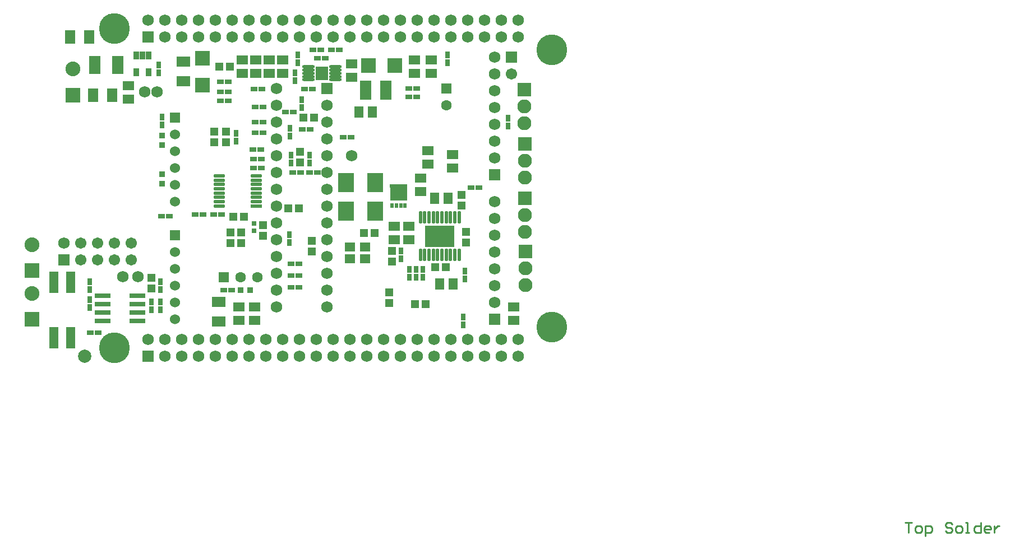
<source format=gts>
%FSAX24Y24*%
%MOIN*%
G70*
G01*
G75*
G04 Layer_Color=8388736*
%ADD10C,0.0060*%
%ADD11C,0.0394*%
%ADD12R,0.0374X0.0394*%
%ADD13R,0.0394X0.0374*%
%ADD14R,0.0630X0.0500*%
%ADD15R,0.0500X0.0630*%
%ADD16R,0.0787X0.0787*%
%ADD17R,0.0850X0.1080*%
%ADD18R,0.0512X0.0728*%
%ADD19R,0.0276X0.0276*%
%ADD20R,0.0276X0.0276*%
%ADD21R,0.0236X0.0315*%
%ADD22R,0.0315X0.0236*%
%ADD23R,0.0728X0.0512*%
%ADD24R,0.0600X0.1000*%
%ADD25R,0.0591X0.1102*%
%ADD26R,0.0550X0.0450*%
%ADD27O,0.0669X0.0118*%
%ADD28R,0.0681X0.0748*%
%ADD29R,0.1654X0.1181*%
%ADD30O,0.0138X0.0669*%
%ADD31R,0.0500X0.1200*%
%ADD32R,0.0787X0.0787*%
%ADD33R,0.0220X0.0200*%
%ADD34R,0.0866X0.0236*%
%ADD35R,0.0866X0.0236*%
%ADD36R,0.0272X0.0390*%
%ADD37R,0.0965X0.0748*%
%ADD38R,0.0160X0.0250*%
%ADD39R,0.0197X0.0161*%
%ADD40R,0.0630X0.0118*%
%ADD41O,0.0630X0.0118*%
%ADD42C,0.0200*%
%ADD43C,0.0070*%
%ADD44C,0.0080*%
%ADD45C,0.0120*%
%ADD46C,0.0250*%
%ADD47C,0.0100*%
%ADD48C,0.0500*%
%ADD49C,0.0030*%
%ADD50C,0.0040*%
%ADD51C,0.0600*%
%ADD52C,0.1750*%
%ADD53R,0.0600X0.0600*%
%ADD54R,0.0600X0.0600*%
%ADD55C,0.0750*%
%ADD56R,0.0750X0.0750*%
%ADD57C,0.0800*%
%ADD58R,0.0800X0.0800*%
%ADD59C,0.0591*%
%ADD60R,0.0591X0.0591*%
%ADD61R,0.0550X0.0550*%
%ADD62C,0.0550*%
%ADD63R,0.0550X0.0550*%
%ADD64R,0.0591X0.0591*%
%ADD65C,0.0200*%
%ADD66C,0.0160*%
%ADD67C,0.0400*%
%ADD68C,0.0850*%
%ADD69C,0.0520*%
%ADD70C,0.0554*%
%ADD71C,0.0300*%
%ADD72R,0.1575X0.0630*%
%ADD73R,0.0200X0.0220*%
%ADD74R,0.0236X0.0591*%
%ADD75R,0.0591X0.0236*%
%ADD76R,0.1142X0.2126*%
%ADD77R,0.0701X0.1402*%
%ADD78R,0.0902X0.0673*%
%ADD79R,0.0134X0.0256*%
%ADD80R,0.0134X0.0315*%
%ADD81R,0.1260X0.0630*%
%ADD82R,0.1100X0.1500*%
%ADD83C,0.0050*%
%ADD84C,0.0098*%
%ADD85C,0.0079*%
%ADD86R,0.0200X0.1240*%
%ADD87R,0.0200X0.1640*%
%ADD88R,0.1240X0.0200*%
%ADD89C,0.0000*%
%ADD90R,0.0925X0.0709*%
%ADD91C,0.0787*%
%ADD92R,0.0454X0.0474*%
%ADD93R,0.0474X0.0454*%
%ADD94R,0.0710X0.0580*%
%ADD95R,0.0580X0.0710*%
%ADD96R,0.0867X0.0867*%
%ADD97R,0.0930X0.1160*%
%ADD98R,0.0592X0.0808*%
%ADD99R,0.0356X0.0356*%
%ADD100R,0.0356X0.0356*%
%ADD101R,0.0316X0.0395*%
%ADD102R,0.0395X0.0316*%
%ADD103R,0.0808X0.0592*%
%ADD104R,0.0680X0.1080*%
%ADD105R,0.0671X0.1182*%
%ADD106R,0.0630X0.0530*%
%ADD107O,0.0749X0.0198*%
%ADD108R,0.0761X0.0828*%
%ADD109R,0.1734X0.1261*%
%ADD110O,0.0218X0.0749*%
%ADD111R,0.0580X0.1280*%
%ADD112R,0.0867X0.0867*%
%ADD113R,0.0300X0.0280*%
%ADD114R,0.0946X0.0316*%
%ADD115R,0.0946X0.0316*%
%ADD116R,0.0352X0.0470*%
%ADD117R,0.1025X0.0808*%
%ADD118R,0.0200X0.0290*%
%ADD119R,0.0257X0.0221*%
%ADD120R,0.0710X0.0198*%
%ADD121O,0.0710X0.0198*%
%ADD122C,0.0680*%
%ADD123C,0.1830*%
%ADD124R,0.0680X0.0680*%
%ADD125C,0.0830*%
%ADD126R,0.0830X0.0830*%
%ADD127C,0.0880*%
%ADD128R,0.0880X0.0880*%
%ADD129C,0.0671*%
%ADD130R,0.0671X0.0671*%
%ADD131R,0.0630X0.0630*%
%ADD132C,0.0630*%
%ADD133R,0.0630X0.0630*%
%ADD134R,0.0671X0.0671*%
G54D47*
X075550Y010450D02*
X075950D01*
X075750D01*
Y009850D01*
X076250D02*
X076450D01*
X076550Y009950D01*
Y010150D01*
X076450Y010250D01*
X076250D01*
X076150Y010150D01*
Y009950D01*
X076250Y009850D01*
X076750Y009650D02*
Y010250D01*
X077050D01*
X077149Y010150D01*
Y009950D01*
X077050Y009850D01*
X076750D01*
X078349Y010350D02*
X078249Y010450D01*
X078049D01*
X077949Y010350D01*
Y010250D01*
X078049Y010150D01*
X078249D01*
X078349Y010050D01*
Y009950D01*
X078249Y009850D01*
X078049D01*
X077949Y009950D01*
X078649Y009850D02*
X078849D01*
X078949Y009950D01*
Y010150D01*
X078849Y010250D01*
X078649D01*
X078549Y010150D01*
Y009950D01*
X078649Y009850D01*
X079149D02*
X079349D01*
X079249D01*
Y010450D01*
X079149D01*
X080049D02*
Y009850D01*
X079749D01*
X079649Y009950D01*
Y010150D01*
X079749Y010250D01*
X080049D01*
X080548Y009850D02*
X080348D01*
X080248Y009950D01*
Y010150D01*
X080348Y010250D01*
X080548D01*
X080648Y010150D01*
Y010050D01*
X080248D01*
X080848Y010250D02*
Y009850D01*
Y010050D01*
X080948Y010150D01*
X081048Y010250D01*
X081148D01*
G54D51*
X032150Y022550D02*
D03*
Y023550D02*
D03*
Y024550D02*
D03*
Y025550D02*
D03*
Y026550D02*
D03*
Y033550D02*
D03*
Y032550D02*
D03*
Y031550D02*
D03*
Y030550D02*
D03*
Y029550D02*
D03*
G54D54*
Y027550D02*
D03*
Y034550D02*
D03*
G54D91*
X026800Y020350D02*
D03*
G54D92*
X034500Y033085D02*
D03*
Y033715D02*
D03*
X044900Y023535D02*
D03*
Y024165D02*
D03*
X040300Y026585D02*
D03*
Y027215D02*
D03*
X035200Y033715D02*
D03*
Y033085D02*
D03*
X039600Y031885D02*
D03*
Y032515D02*
D03*
X037400Y028165D02*
D03*
Y027535D02*
D03*
X036100Y027715D02*
D03*
Y027085D02*
D03*
X035450Y027715D02*
D03*
Y027085D02*
D03*
X049450Y027765D02*
D03*
Y027135D02*
D03*
X045050Y025985D02*
D03*
Y026615D02*
D03*
X049200Y029320D02*
D03*
Y029950D02*
D03*
X030750Y024385D02*
D03*
Y025015D02*
D03*
G54D93*
X036265Y028650D02*
D03*
X035635D02*
D03*
X043385Y027700D02*
D03*
X044015D02*
D03*
X039785Y034550D02*
D03*
X040415D02*
D03*
X047635Y025650D02*
D03*
X048265D02*
D03*
X035415Y037600D02*
D03*
X034785D02*
D03*
X046435Y023450D02*
D03*
X047065D02*
D03*
X038885Y029150D02*
D03*
X039515D02*
D03*
G54D94*
X036900Y023300D02*
D03*
Y022500D02*
D03*
X035950Y023300D02*
D03*
Y022500D02*
D03*
X029400Y036450D02*
D03*
Y035650D02*
D03*
X036150Y037200D02*
D03*
Y038000D02*
D03*
X036950D02*
D03*
Y037200D02*
D03*
X037750D02*
D03*
Y038000D02*
D03*
X038550Y037200D02*
D03*
Y038000D02*
D03*
X042650Y037750D02*
D03*
Y036950D02*
D03*
X046400Y037200D02*
D03*
Y038000D02*
D03*
X047400D02*
D03*
Y037200D02*
D03*
X046750Y030150D02*
D03*
Y030950D02*
D03*
X045200Y027300D02*
D03*
Y028100D02*
D03*
X046050Y027300D02*
D03*
Y028100D02*
D03*
X047200Y031800D02*
D03*
Y032600D02*
D03*
X048650Y032350D02*
D03*
Y031550D02*
D03*
X052300Y022500D02*
D03*
Y023300D02*
D03*
G54D95*
X047600Y029750D02*
D03*
X048400D02*
D03*
X048700Y024650D02*
D03*
X047900D02*
D03*
X043100Y034900D02*
D03*
X043900D02*
D03*
G54D96*
X043663Y037650D02*
D03*
X045237D02*
D03*
G54D97*
X044070Y030700D02*
D03*
X042330D02*
D03*
X044070Y029000D02*
D03*
X042330D02*
D03*
G54D98*
X028421Y035900D02*
D03*
X027279D02*
D03*
X025929Y039350D02*
D03*
X027071D02*
D03*
G54D99*
X031400Y030624D02*
D03*
Y031176D02*
D03*
Y032924D02*
D03*
Y033476D02*
D03*
G54D100*
X036626Y024300D02*
D03*
X036074D02*
D03*
G54D101*
X039000Y033464D02*
D03*
Y033936D02*
D03*
X048350Y038286D02*
D03*
Y037814D02*
D03*
X049300Y022686D02*
D03*
Y022214D02*
D03*
X031200Y037686D02*
D03*
Y037214D02*
D03*
X039450Y038286D02*
D03*
Y037814D02*
D03*
X039300Y036764D02*
D03*
Y037236D02*
D03*
X031400Y034128D02*
D03*
Y034600D02*
D03*
X051950Y034064D02*
D03*
Y034536D02*
D03*
X035800Y033636D02*
D03*
Y033164D02*
D03*
X039700Y035164D02*
D03*
Y035636D02*
D03*
X038950Y027114D02*
D03*
Y027586D02*
D03*
X039050Y032336D02*
D03*
Y031864D02*
D03*
X040150D02*
D03*
Y032336D02*
D03*
X046900Y025064D02*
D03*
Y025536D02*
D03*
X046500Y025064D02*
D03*
Y025536D02*
D03*
X045600Y026636D02*
D03*
Y026164D02*
D03*
X046100Y025536D02*
D03*
Y025064D02*
D03*
X049400Y024964D02*
D03*
Y025436D02*
D03*
X030750Y023114D02*
D03*
Y023586D02*
D03*
X031300Y023114D02*
D03*
Y023586D02*
D03*
X027100Y023736D02*
D03*
Y023264D02*
D03*
Y024786D02*
D03*
Y024314D02*
D03*
X031300D02*
D03*
Y024786D02*
D03*
G54D102*
X035336Y036100D02*
D03*
X034864D02*
D03*
X036814Y031550D02*
D03*
X037286D02*
D03*
X035336Y036700D02*
D03*
X034864D02*
D03*
X041464Y038600D02*
D03*
X041936D02*
D03*
X041100Y038100D02*
D03*
X040628D02*
D03*
X040836Y038600D02*
D03*
X040364D02*
D03*
X031364Y028700D02*
D03*
X031836D02*
D03*
X039714Y033850D02*
D03*
X040186D02*
D03*
X040164Y031300D02*
D03*
X040636D02*
D03*
X034464Y028800D02*
D03*
X034936D02*
D03*
X033836D02*
D03*
X033364D02*
D03*
X046064Y035800D02*
D03*
X046536D02*
D03*
X046064Y036300D02*
D03*
X046536D02*
D03*
X035064Y024300D02*
D03*
X035536D02*
D03*
X037336Y036250D02*
D03*
X036864D02*
D03*
X035336Y035550D02*
D03*
X034864D02*
D03*
X037386Y033650D02*
D03*
X036914D02*
D03*
X039164Y031300D02*
D03*
X039636D02*
D03*
X036914Y034300D02*
D03*
X037386D02*
D03*
X036800Y032650D02*
D03*
X037272D02*
D03*
X037286Y032100D02*
D03*
X036814D02*
D03*
X039064Y024450D02*
D03*
X039536D02*
D03*
X039064Y025150D02*
D03*
X039536D02*
D03*
X039064Y025850D02*
D03*
X039536D02*
D03*
X042164Y033400D02*
D03*
X042636D02*
D03*
X039186Y034900D02*
D03*
X038714D02*
D03*
X037386Y035200D02*
D03*
X036914D02*
D03*
X050236Y030400D02*
D03*
X049764D02*
D03*
X027586Y021750D02*
D03*
X027114D02*
D03*
X039864Y036250D02*
D03*
X040336D02*
D03*
G54D103*
X032650Y036729D02*
D03*
Y037871D02*
D03*
X034750Y022429D02*
D03*
Y023571D02*
D03*
G54D104*
X027400Y037700D02*
D03*
X028750D02*
D03*
G54D105*
X044710Y036200D02*
D03*
X043490D02*
D03*
G54D106*
X043450Y026850D02*
D03*
X042550D02*
D03*
Y026150D02*
D03*
X043450D02*
D03*
G54D107*
X041707Y036806D02*
D03*
Y037003D02*
D03*
Y037200D02*
D03*
Y037397D02*
D03*
Y037594D02*
D03*
X040093Y036806D02*
D03*
Y037003D02*
D03*
Y037200D02*
D03*
Y037397D02*
D03*
Y037594D02*
D03*
G54D108*
X040900Y037200D02*
D03*
G54D109*
X047900Y027500D02*
D03*
G54D110*
X046748Y026378D02*
D03*
X047004D02*
D03*
X047260D02*
D03*
X047516D02*
D03*
X047772D02*
D03*
X048028D02*
D03*
X048284D02*
D03*
X048540D02*
D03*
X048796D02*
D03*
X049052D02*
D03*
X046748Y028622D02*
D03*
X047004D02*
D03*
X047260D02*
D03*
X047516D02*
D03*
X047772D02*
D03*
X048028D02*
D03*
X048284D02*
D03*
X048540D02*
D03*
X048796D02*
D03*
X049052D02*
D03*
G54D111*
X025950Y021450D02*
D03*
X024950Y024750D02*
D03*
Y021450D02*
D03*
X025950Y024750D02*
D03*
G54D112*
X033800Y036500D02*
D03*
Y038075D02*
D03*
G54D113*
X036850Y028250D02*
D03*
Y027833D02*
D03*
G54D114*
X027876Y023950D02*
D03*
G54D115*
X029924Y022450D02*
D03*
Y022950D02*
D03*
Y023450D02*
D03*
Y023950D02*
D03*
X027876Y022450D02*
D03*
Y022950D02*
D03*
Y023450D02*
D03*
G54D116*
X030600Y037250D02*
D03*
X029848Y038270D02*
D03*
Y037250D02*
D03*
X030600Y038270D02*
D03*
X030225D02*
D03*
G54D117*
X045450Y030032D02*
D03*
G54D118*
X045066Y029313D02*
D03*
X045322D02*
D03*
X045578D02*
D03*
X045834D02*
D03*
G54D119*
Y030487D02*
D03*
X045578D02*
D03*
X045322D02*
D03*
X045066D02*
D03*
G54D120*
X037000Y029300D02*
D03*
G54D121*
Y029556D02*
D03*
Y029812D02*
D03*
Y030068D02*
D03*
Y030324D02*
D03*
Y030580D02*
D03*
Y030835D02*
D03*
Y031091D02*
D03*
X034795Y029300D02*
D03*
Y029556D02*
D03*
Y029812D02*
D03*
Y030068D02*
D03*
Y030324D02*
D03*
Y030580D02*
D03*
Y030835D02*
D03*
Y031091D02*
D03*
G54D122*
X042650Y032300D02*
D03*
X031100Y036100D02*
D03*
X030350D02*
D03*
X043550Y021350D02*
D03*
Y020350D02*
D03*
X044550D02*
D03*
Y021350D02*
D03*
X046550Y020350D02*
D03*
X052550D02*
D03*
X049550D02*
D03*
X051550Y021350D02*
D03*
X046550D02*
D03*
X030550D02*
D03*
X052550D02*
D03*
X051550Y020350D02*
D03*
X050550D02*
D03*
Y021350D02*
D03*
X048550Y020350D02*
D03*
X049550Y021350D02*
D03*
X045550Y020350D02*
D03*
X048550Y021350D02*
D03*
X047550Y020350D02*
D03*
X045550Y021350D02*
D03*
X047550D02*
D03*
X038550Y020350D02*
D03*
X037550Y021350D02*
D03*
Y020350D02*
D03*
X035550D02*
D03*
X036550Y021350D02*
D03*
X035550D02*
D03*
X039550Y020350D02*
D03*
X036550D02*
D03*
X038550Y021350D02*
D03*
X042550D02*
D03*
X040550Y020350D02*
D03*
X039550Y021350D02*
D03*
X034550Y020350D02*
D03*
X033550D02*
D03*
X032550D02*
D03*
X041550Y021350D02*
D03*
X040550D02*
D03*
X031550Y020350D02*
D03*
X032550Y021350D02*
D03*
X041550Y020350D02*
D03*
X031550Y021350D02*
D03*
X042550Y020350D02*
D03*
X033550Y021350D02*
D03*
X034550D02*
D03*
X051150Y023550D02*
D03*
Y024550D02*
D03*
Y025550D02*
D03*
Y026550D02*
D03*
Y027550D02*
D03*
Y028550D02*
D03*
Y029550D02*
D03*
X038200Y023300D02*
D03*
Y024300D02*
D03*
Y025300D02*
D03*
Y026300D02*
D03*
Y027300D02*
D03*
Y028300D02*
D03*
Y029300D02*
D03*
Y030300D02*
D03*
Y031300D02*
D03*
Y032300D02*
D03*
Y033300D02*
D03*
Y034300D02*
D03*
Y035300D02*
D03*
Y036300D02*
D03*
X041200Y023300D02*
D03*
Y024300D02*
D03*
Y025300D02*
D03*
Y026300D02*
D03*
Y027300D02*
D03*
Y028300D02*
D03*
Y029300D02*
D03*
Y030300D02*
D03*
Y031300D02*
D03*
Y032300D02*
D03*
Y033300D02*
D03*
Y034300D02*
D03*
Y035300D02*
D03*
X025550Y027100D02*
D03*
X043550Y040350D02*
D03*
Y039350D02*
D03*
X044550D02*
D03*
Y040350D02*
D03*
X046550Y039350D02*
D03*
X052550D02*
D03*
X049550D02*
D03*
X051550Y040350D02*
D03*
X046550D02*
D03*
X030550D02*
D03*
X052550D02*
D03*
X051550Y039350D02*
D03*
X050550D02*
D03*
Y040350D02*
D03*
X048550Y039350D02*
D03*
X049550Y040350D02*
D03*
X045550Y039350D02*
D03*
X048550Y040350D02*
D03*
X047550Y039350D02*
D03*
X045550Y040350D02*
D03*
X047550D02*
D03*
X038550Y039350D02*
D03*
X037550Y040350D02*
D03*
Y039350D02*
D03*
X035550D02*
D03*
X036550Y040350D02*
D03*
X035550D02*
D03*
X039550Y039350D02*
D03*
X036550D02*
D03*
X038550Y040350D02*
D03*
X042550D02*
D03*
X040550Y039350D02*
D03*
X039550Y040350D02*
D03*
X034550Y039350D02*
D03*
X033550D02*
D03*
X032550D02*
D03*
X041550Y040350D02*
D03*
X040550D02*
D03*
X031550Y039350D02*
D03*
X032550Y040350D02*
D03*
X041550Y039350D02*
D03*
X031550Y040350D02*
D03*
X042550Y039350D02*
D03*
X033550Y040350D02*
D03*
X034550D02*
D03*
X051150Y038150D02*
D03*
Y037150D02*
D03*
Y036150D02*
D03*
Y035150D02*
D03*
Y034150D02*
D03*
Y033150D02*
D03*
Y032150D02*
D03*
X029050Y025100D02*
D03*
X029950D02*
D03*
G54D123*
X028550Y039850D02*
D03*
X054550Y038600D02*
D03*
Y022100D02*
D03*
X028550Y020850D02*
D03*
G54D124*
X030550Y020350D02*
D03*
X051150Y022550D02*
D03*
X041200Y036300D02*
D03*
X030550Y039350D02*
D03*
X051150Y031150D02*
D03*
G54D125*
X052950Y027750D02*
D03*
Y028750D02*
D03*
Y032000D02*
D03*
Y031000D02*
D03*
X052927Y034227D02*
D03*
Y035227D02*
D03*
X053000Y025600D02*
D03*
Y024600D02*
D03*
G54D126*
X052950Y029750D02*
D03*
Y033000D02*
D03*
X052927Y036227D02*
D03*
X053000Y026600D02*
D03*
G54D127*
X023650Y027000D02*
D03*
Y024100D02*
D03*
X026100Y037450D02*
D03*
G54D128*
X023650Y025450D02*
D03*
Y022550D02*
D03*
X026100Y035900D02*
D03*
G54D129*
X052150Y037150D02*
D03*
X029550Y027100D02*
D03*
Y026100D02*
D03*
X028550Y027100D02*
D03*
Y026100D02*
D03*
X027550Y027100D02*
D03*
Y026100D02*
D03*
X026550Y027100D02*
D03*
Y026100D02*
D03*
G54D130*
X052150Y038150D02*
D03*
G54D131*
X048300Y036300D02*
D03*
G54D132*
Y035300D02*
D03*
X037050Y025050D02*
D03*
X036050D02*
D03*
G54D133*
X035050D02*
D03*
G54D134*
X025550Y026100D02*
D03*
M02*

</source>
